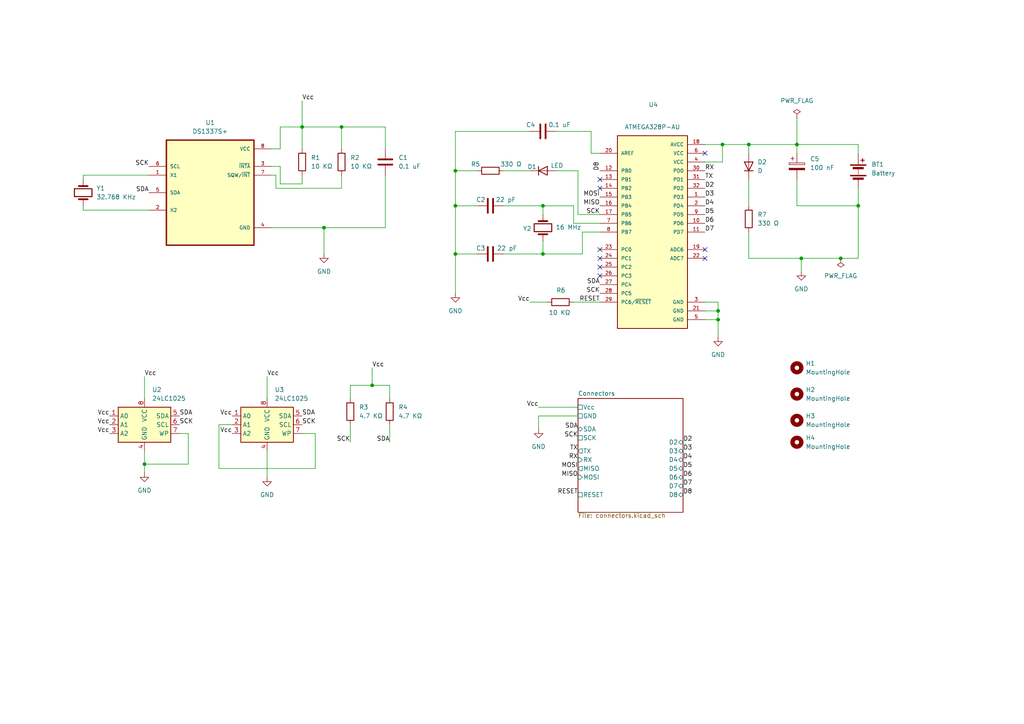
<source format=kicad_sch>
(kicad_sch (version 20231120) (generator "eeschema") (generator_version "8.0")
  (paper "A4")
  (title_block (title "${project_name}") (date "2024-04-17") (rev "1"))
  (lib_symbols
    (symbol "ATMEGA328P-AU:ATMEGA328P-AU" (pin_names (offset 1.016))
      (property "Reference" "U4" (at 0.254 36.957 0))
      (property "Value" "ATMEGA328P-AU" (at 0 30.48 0))
      (symbol "ATMEGA328P-AU_0_0"
        (rectangle (start -10.16 -27.94) (end 10.16 27.94) (stroke (width 0.254)) (fill (type background)))
        (pin bidirectional line (at 15.24 10.16 180) (length 5.08) (name "PD3") (number "1"))
        (pin bidirectional line (at 15.24 2.54 180) (length 5.08) (name "PD6") (number "10"))
        (pin bidirectional line (at 15.24 0 180) (length 5.08) (name "PD7") (number "11"))
        (pin bidirectional line (at -15.24 17.78 0) (length 5.08) (name "PB0") (number "12"))
        (pin bidirectional line (at -15.24 15.24 0) (length 5.08) (name "PB1") (number "13"))
        (pin bidirectional line (at -15.24 12.7 0) (length 5.08) (name "PB2") (number "14"))
        (pin bidirectional line (at -15.24 10.16 0) (length 5.08) (name "PB3") (number "15"))
        (pin bidirectional line (at -15.24 7.62 0) (length 5.08) (name "PB4") (number "16"))
        (pin bidirectional line (at -15.24 5.08 0) (length 5.08) (name "PB5") (number "17"))
        (pin power_in line (at 15.24 25.4 180) (length 5.08) (name "AVCC") (number "18"))
        (pin bidirectional line (at 15.24 -5.08 180) (length 5.08) (name "ADC6") (number "19"))
        (pin bidirectional line (at 15.24 7.62 180) (length 5.08) (name "PD4") (number "2"))
        (pin input line (at -15.24 22.86 0) (length 5.08) (name "AREF") (number "20"))
        (pin power_in line (at 15.24 -22.86 180) (length 5.08) (name "GND") (number "21"))
        (pin bidirectional line (at 15.24 -7.62 180) (length 5.08) (name "ADC7") (number "22"))
        (pin bidirectional line (at -15.24 -5.08 0) (length 5.08) (name "PC0") (number "23"))
        (pin bidirectional line (at -15.24 -7.62 0) (length 5.08) (name "PC1") (number "24"))
        (pin bidirectional line (at -15.24 -10.16 0) (length 5.08) (name "PC2") (number "25"))
        (pin bidirectional line (at -15.24 -12.7 0) (length 5.08) (name "PC3") (number "26"))
        (pin bidirectional line (at -15.24 -15.24 0) (length 5.08) (name "PC4") (number "27"))
        (pin bidirectional line (at -15.24 -17.78 0) (length 5.08) (name "PC5") (number "28"))
        (pin bidirectional line (at -15.24 -20.32 0) (length 5.08) (name "PC6/~{RESET}") (number "29"))
        (pin power_in line (at 15.24 -20.32 180) (length 5.08) (name "GND") (number "3"))
        (pin bidirectional line (at 15.24 17.78 180) (length 5.08) (name "PD0") (number "30"))
        (pin bidirectional line (at 15.24 15.24 180) (length 5.08) (name "PD1") (number "31"))
        (pin bidirectional line (at 15.24 12.7 180) (length 5.08) (name "PD2") (number "32"))
        (pin power_in line (at 15.24 20.32 180) (length 5.08) (name "VCC") (number "4"))
        (pin power_in line (at 15.24 -25.4 180) (length 5.08) (name "GND") (number "5"))
        (pin power_in line (at 15.24 22.86 180) (length 5.08) (name "VCC") (number "6"))
        (pin bidirectional line (at -15.24 2.54 0) (length 5.08) (name "PB6") (number "7"))
        (pin bidirectional line (at -15.24 0 0) (length 5.08) (name "PB7") (number "8"))
        (pin bidirectional line (at 15.24 5.08 180) (length 5.08) (name "PD5") (number "9"))
      )
    )
    (symbol "DS1337S_:DS1337S+" (pin_names (offset 1.016))
      (property "Reference" "U" (at -12.7 16.2306 0))
      (property "Value" "DS1337S+" (at -12.7 -19.2278 0))
      (symbol "DS1337S+_0_0"
        (rectangle (start -12.7 -15.24) (end 12.7 15.24) (stroke (width 0.4064)) (fill (type background)))
        (pin input line (at -17.78 5.08 0) (length 5.08) (name "X1") (number "1"))
        (pin bidirectional line (at -17.78 -5.08 0) (length 5.08) (name "X2") (number "2"))
        (pin output line (at 17.78 7.62 180) (length 5.08) (name "~{INTA}") (number "3"))
        (pin power_in line (at 17.78 -10.16 180) (length 5.08) (name "GND") (number "4"))
        (pin bidirectional line (at -17.78 0 0) (length 5.08) (name "SDA") (number "5"))
        (pin input line (at -17.78 7.62 0) (length 5.08) (name "SCL") (number "6"))
        (pin output line (at 17.78 5.08 180) (length 5.08) (name "SQW/~{INT}") (number "7"))
        (pin power_in line (at 17.78 12.7 180) (length 5.08) (name "VCC") (number "8"))
      )
    )
    (symbol "Device:Battery" (pin_numbers hide) (pin_names (offset 0) hide)
      (property "Reference" "BT" (at 2.54 2.54 0))
      (property "Value" "Battery" (at 2.54 0 0))
      (symbol "Battery_0_1"
        (rectangle (start -2.286 -1.27) (end 2.286 -1.524) (fill (type outline)))
        (rectangle (start -2.286 1.778) (end 2.286 1.524) (fill (type outline)))
        (rectangle (start -1.524 -2.032) (end 1.524 -2.54) (fill (type outline)))
        (rectangle (start -1.524 1.016) (end 1.524 0.508) (fill (type outline)))
        (polyline (pts (xy 0 -1.016) (xy 0 -0.762)))
        (polyline (pts (xy 0 -0.508) (xy 0 -0.254)))
        (polyline (pts (xy 0 0) (xy 0 0.254)))
        (polyline (pts (xy 0 1.778) (xy 0 2.54)))
        (polyline (pts (xy 0.762 3.048) (xy 1.778 3.048)) (stroke (width 0.254)))
        (polyline (pts (xy 1.27 3.556) (xy 1.27 2.54)) (stroke (width 0.254)))
      )
      (symbol "Battery_1_1"
        (pin passive line (at 0 5.08 270) (length 2.54) (name "+") (number "1"))
        (pin passive line (at 0 -5.08 90) (length 2.54) (name "-") (number "2"))
      )
    )
    (symbol "Device:C" (pin_numbers hide) (pin_names (offset 0.254))
      (property "Reference" "C" (at 0.635 2.54 0))
      (property "Value" "C" (at 0.635 -2.54 0))
      (symbol "C_0_1"
        (polyline (pts (xy -2.032 -0.762) (xy 2.032 -0.762)) (stroke (width 0.508)))
        (polyline (pts (xy -2.032 0.762) (xy 2.032 0.762)) (stroke (width 0.508)))
      )
      (symbol "C_1_1"
        (pin passive line (at 0 3.81 270) (length 2.794) (name "~") (number "1"))
        (pin passive line (at 0 -3.81 90) (length 2.794) (name "~") (number "2"))
      )
    )
    (symbol "Device:C_Polarized" (pin_numbers hide) (pin_names (offset 0.254))
      (property "Reference" "C" (at 0.635 2.54 0))
      (property "Value" "C_Polarized" (at 0.635 -2.54 0))
      (symbol "C_Polarized_0_1"
        (rectangle (start -2.286 0.508) (end 2.286 1.016))
        (polyline (pts (xy -1.778 2.286) (xy -0.762 2.286)))
        (polyline (pts (xy -1.27 2.794) (xy -1.27 1.778)))
        (rectangle (start 2.286 -0.508) (end -2.286 -1.016) (fill (type outline)))
      )
      (symbol "C_Polarized_1_1"
        (pin passive line (at 0 3.81 270) (length 2.794) (name "~") (number "1"))
        (pin passive line (at 0 -3.81 90) (length 2.794) (name "~") (number "2"))
      )
    )
    (symbol "Device:Crystal" (pin_numbers hide) (pin_names (offset 1.016) hide)
      (property "Reference" "Y" (at 0 3.81 0))
      (property "Value" "Crystal" (at 0 -3.81 0))
      (symbol "Crystal_0_1"
        (rectangle (start -1.143 2.54) (end 1.143 -2.54) (stroke (width 0.3048)))
        (polyline (pts (xy -2.54 0) (xy -1.905 0)))
        (polyline (pts (xy -1.905 -1.27) (xy -1.905 1.27)) (stroke (width 0.508)))
        (polyline (pts (xy 1.905 -1.27) (xy 1.905 1.27)) (stroke (width 0.508)))
        (polyline (pts (xy 2.54 0) (xy 1.905 0)))
      )
      (symbol "Crystal_1_1"
        (pin passive line (at -3.81 0 0) (length 1.27) (name "1") (number "1"))
        (pin passive line (at 3.81 0 180) (length 1.27) (name "2") (number "2"))
      )
    )
    (symbol "Device:D" (pin_numbers hide) (pin_names (offset 1.016) hide)
      (property "Reference" "D" (at 0 2.54 0))
      (property "Value" "D" (at 0 -2.54 0))
      (symbol "D_0_1"
        (polyline (pts (xy -1.27 1.27) (xy -1.27 -1.27)) (stroke (width 0.254)))
        (polyline (pts (xy 1.27 0) (xy -1.27 0)))
        (polyline (pts (xy 1.27 1.27) (xy 1.27 -1.27) (xy -1.27 0) (xy 1.27 1.27)) (stroke (width 0.254)))
      )
      (symbol "D_1_1"
        (pin passive line (at -3.81 0 0) (length 2.54) (name "K") (number "1"))
        (pin passive line (at 3.81 0 180) (length 2.54) (name "A") (number "2"))
      )
    )
    (symbol "Device:R" (pin_numbers hide) (pin_names (offset 0))
      (property "Reference" "R" (at 2.032 0 90))
      (property "Value" "R" (at 0 0 90))
      (symbol "R_0_1"
        (rectangle (start -1.016 -2.54) (end 1.016 2.54) (stroke (width 0.254)))
      )
      (symbol "R_1_1"
        (pin passive line (at 0 3.81 270) (length 1.27) (name "~") (number "1"))
        (pin passive line (at 0 -3.81 90) (length 1.27) (name "~") (number "2"))
      )
    )
    (symbol "Mechanical:MountingHole" (pin_names (offset 1.016))
      (property "Reference" "H" (at 0 5.08 0))
      (property "Value" "MountingHole" (at 0 3.175 0))
      (symbol "MountingHole_0_1"
        (circle (center 0 0) (radius 1.27) (stroke (width 1.27)))
      )
    )
    (symbol "Memory_EEPROM:24LC1025"
      (property "Reference" "U" (at -6.35 6.35 0))
      (property "Value" "24LC1025" (at 1.27 6.35 0))
      (symbol "24LC1025_1_1"
        (rectangle (start -7.62 5.08) (end 7.62 -5.08) (stroke (width 0.254)) (fill (type background)))
        (pin input line (at -10.16 2.54 0) (length 2.54) (name "A0") (number "1"))
        (pin input line (at -10.16 0 0) (length 2.54) (name "A1") (number "2"))
        (pin input line (at -10.16 -2.54 0) (length 2.54) (name "A2") (number "3"))
        (pin power_in line (at 0 -7.62 90) (length 2.54) (name "GND") (number "4"))
        (pin bidirectional line (at 10.16 2.54 180) (length 2.54) (name "SDA") (number "5"))
        (pin input line (at 10.16 0 180) (length 2.54) (name "SCL") (number "6"))
        (pin input line (at 10.16 -2.54 180) (length 2.54) (name "WP") (number "7"))
        (pin power_in line (at 0 7.62 270) (length 2.54) (name "VCC") (number "8"))
      )
    )
    (symbol "power:GND" (power) (pin_names (offset 0))
      (property "Value" "GND" (at 0 -3.81 0))
      (symbol "GND_0_1"
        (polyline (pts (xy 0 0) (xy 0 -1.27) (xy 1.27 -1.27) (xy 0 -2.54) (xy -1.27 -1.27) (xy 0 -1.27)))
      )
      (symbol "GND_1_1"
        (pin power_in line (at 0 0 270) (length 0) hide (name "GND") (number "1"))
      )
    )
    (symbol "power:PWR_FLAG" (power) (pin_numbers hide) (pin_names (offset 0) hide)
      (property "Value" "PWR_FLAG" (at 0 3.81 0))
      (symbol "PWR_FLAG_0_0"
        (pin power_out line (at 0 0 90) (length 0) (name "pwr") (number "1"))
      )
      (symbol "PWR_FLAG_0_1"
        (polyline (pts (xy 0 0) (xy 0 1.27) (xy -1.016 1.905) (xy 0 2.54) (xy 1.016 1.905) (xy 0 1.27)))
      )
    )
  )
  (junction (at 217.17 41.91))
  (junction (at 157.48 73.66))
  (junction (at 232.41 74.93))
  (junction (at 132.08 49.53))
  (junction (at 93.98 66.04))
  (junction (at 41.91 134.62))
  (junction (at 132.08 73.66))
  (junction (at 208.28 92.71))
  (junction (at 107.95 111.76))
  (junction (at 208.28 90.17))
  (junction (at 157.48 59.69))
  (junction (at 209.55 41.91))
  (junction (at 132.08 59.69))
  (junction (at 99.06 36.83))
  (junction (at 243.84 74.93))
  (junction (at 248.92 59.69))
  (junction (at 231.14 41.91))
  (junction (at 87.63 36.83))
  (no_connect (at 173.99 77.47))
  (no_connect (at 204.47 72.39))
  (no_connect (at 204.47 44.45))
  (no_connect (at 173.99 72.39))
  (no_connect (at 173.99 74.93))
  (no_connect (at 173.99 54.61))
  (no_connect (at 173.99 52.07))
  (no_connect (at 173.99 80.01))
  (no_connect (at 204.47 74.93))
  (wire (pts (xy 113.03 111.76) (xy 113.03 115.57)))
  (wire (pts (xy 153.67 38.1) (xy 132.08 38.1)))
  (wire (pts (xy 101.6 111.76) (xy 107.95 111.76)))
  (wire (pts (xy 171.45 38.1) (xy 161.29 38.1)))
  (wire (pts (xy 107.95 111.76) (xy 113.03 111.76)))
  (wire (pts (xy 248.92 74.93) (xy 243.84 74.93)))
  (wire (pts (xy 166.37 64.77) (xy 166.37 59.69)))
  (wire (pts (xy 231.14 41.91) (xy 231.14 44.45)))
  (wire (pts (xy 231.14 34.29) (xy 231.14 41.91)))
  (wire (pts (xy 153.67 87.63) (xy 158.75 87.63)))
  (wire (pts (xy 208.28 92.71) (xy 208.28 97.79)))
  (wire (pts (xy 156.21 120.65) (xy 167.64 120.65)))
  (wire (pts (xy 167.64 49.53) (xy 167.64 62.23)))
  (wire (pts (xy 132.08 59.69) (xy 132.08 73.66)))
  (wire (pts (xy 80.01 50.8) (xy 80.01 54.61)))
  (wire (pts (xy 67.31 123.19) (xy 63.5 123.19)))
  (wire (pts (xy 93.98 66.04) (xy 78.74 66.04)))
  (wire (pts (xy 81.28 53.34) (xy 87.63 53.34)))
  (wire (pts (xy 209.55 41.91) (xy 217.17 41.91)))
  (wire (pts (xy 101.6 115.57) (xy 101.6 111.76)))
  (wire (pts (xy 54.61 125.73) (xy 54.61 134.62)))
  (wire (pts (xy 231.14 59.69) (xy 248.92 59.69)))
  (wire (pts (xy 111.76 36.83) (xy 111.76 43.18)))
  (wire (pts (xy 217.17 41.91) (xy 231.14 41.91)))
  (wire (pts (xy 78.74 43.18) (xy 81.28 43.18)))
  (wire (pts (xy 99.06 36.83) (xy 111.76 36.83)))
  (wire (pts (xy 217.17 67.31) (xy 217.17 74.93)))
  (wire (pts (xy 166.37 87.63) (xy 173.99 87.63)))
  (wire (pts (xy 132.08 38.1) (xy 132.08 49.53)))
  (wire (pts (xy 204.47 41.91) (xy 209.55 41.91)))
  (wire (pts (xy 77.47 109.22) (xy 77.47 115.57)))
  (wire (pts (xy 41.91 109.22) (xy 41.91 115.57)))
  (wire (pts (xy 132.08 49.53) (xy 132.08 59.69)))
  (wire (pts (xy 43.18 50.8) (xy 24.13 50.8)))
  (wire (pts (xy 231.14 41.91) (xy 248.92 41.91)))
  (wire (pts (xy 156.21 118.11) (xy 167.64 118.11)))
  (wire (pts (xy 81.28 48.26) (xy 81.28 53.34)))
  (wire (pts (xy 204.47 90.17) (xy 208.28 90.17)))
  (wire (pts (xy 87.63 36.83) (xy 87.63 43.18)))
  (wire (pts (xy 107.95 106.68) (xy 107.95 111.76)))
  (wire (pts (xy 111.76 66.04) (xy 93.98 66.04)))
  (wire (pts (xy 173.99 64.77) (xy 166.37 64.77)))
  (wire (pts (xy 232.41 78.74) (xy 232.41 74.93)))
  (wire (pts (xy 101.6 128.27) (xy 101.6 123.19)))
  (wire (pts (xy 208.28 90.17) (xy 208.28 92.71)))
  (wire (pts (xy 87.63 29.21) (xy 87.63 36.83)))
  (wire (pts (xy 54.61 134.62) (xy 41.91 134.62)))
  (wire (pts (xy 99.06 54.61) (xy 99.06 50.8)))
  (wire (pts (xy 87.63 53.34) (xy 87.63 50.8)))
  (wire (pts (xy 24.13 60.96) (xy 24.13 59.69)))
  (wire (pts (xy 243.84 74.93) (xy 232.41 74.93)))
  (wire (pts (xy 157.48 69.85) (xy 157.48 73.66)))
  (wire (pts (xy 138.43 59.69) (xy 132.08 59.69)))
  (wire (pts (xy 204.47 46.99) (xy 209.55 46.99)))
  (wire (pts (xy 217.17 52.07) (xy 217.17 59.69)))
  (wire (pts (xy 156.21 120.65) (xy 156.21 124.46)))
  (wire (pts (xy 80.01 54.61) (xy 99.06 54.61)))
  (wire (pts (xy 248.92 59.69) (xy 248.92 74.93)))
  (wire (pts (xy 63.5 135.89) (xy 91.44 135.89)))
  (wire (pts (xy 232.41 74.93) (xy 217.17 74.93)))
  (wire (pts (xy 138.43 49.53) (xy 132.08 49.53)))
  (wire (pts (xy 248.92 41.91) (xy 248.92 44.45)))
  (wire (pts (xy 217.17 41.91) (xy 217.17 44.45)))
  (wire (pts (xy 41.91 134.62) (xy 41.91 130.81)))
  (wire (pts (xy 146.05 59.69) (xy 157.48 59.69)))
  (wire (pts (xy 63.5 123.19) (xy 63.5 135.89)))
  (wire (pts (xy 157.48 73.66) (xy 168.91 73.66)))
  (wire (pts (xy 161.29 49.53) (xy 167.64 49.53)))
  (wire (pts (xy 173.99 67.31) (xy 168.91 67.31)))
  (wire (pts (xy 248.92 59.69) (xy 248.92 54.61)))
  (wire (pts (xy 81.28 43.18) (xy 81.28 36.83)))
  (wire (pts (xy 43.18 60.96) (xy 24.13 60.96)))
  (wire (pts (xy 208.28 87.63) (xy 208.28 90.17)))
  (wire (pts (xy 81.28 36.83) (xy 87.63 36.83)))
  (wire (pts (xy 132.08 73.66) (xy 138.43 73.66)))
  (wire (pts (xy 209.55 46.99) (xy 209.55 41.91)))
  (wire (pts (xy 87.63 36.83) (xy 99.06 36.83)))
  (wire (pts (xy 99.06 36.83) (xy 99.06 43.18)))
  (wire (pts (xy 204.47 92.71) (xy 208.28 92.71)))
  (wire (pts (xy 173.99 44.45) (xy 171.45 44.45)))
  (wire (pts (xy 52.07 125.73) (xy 54.61 125.73)))
  (wire (pts (xy 168.91 67.31) (xy 168.91 73.66)))
  (wire (pts (xy 91.44 135.89) (xy 91.44 125.73)))
  (wire (pts (xy 113.03 128.27) (xy 113.03 123.19)))
  (wire (pts (xy 77.47 130.81) (xy 77.47 138.43)))
  (wire (pts (xy 231.14 52.07) (xy 231.14 59.69)))
  (wire (pts (xy 132.08 73.66) (xy 132.08 85.09)))
  (wire (pts (xy 24.13 50.8) (xy 24.13 52.07)))
  (wire (pts (xy 157.48 59.69) (xy 157.48 62.23)))
  (wire (pts (xy 146.05 49.53) (xy 153.67 49.53)))
  (wire (pts (xy 157.48 59.69) (xy 166.37 59.69)))
  (wire (pts (xy 146.05 73.66) (xy 157.48 73.66)))
  (wire (pts (xy 93.98 66.04) (xy 93.98 73.66)))
  (wire (pts (xy 91.44 125.73) (xy 87.63 125.73)))
  (wire (pts (xy 111.76 50.8) (xy 111.76 66.04)))
  (wire (pts (xy 171.45 44.45) (xy 171.45 38.1)))
  (wire (pts (xy 78.74 50.8) (xy 80.01 50.8)))
  (wire (pts (xy 78.74 48.26) (xy 81.28 48.26)))
  (wire (pts (xy 41.91 134.62) (xy 41.91 137.16)))
  (wire (pts (xy 167.64 62.23) (xy 173.99 62.23)))
  (wire (pts (xy 204.47 87.63) (xy 208.28 87.63)))
  (label "MISO" (at 167.64 138.43 180))
  (label "SDA" (at 52.07 120.65 0))
  (label "Vcc" (at 87.63 29.21 0))
  (label "D3" (at 204.47 57.15 0))
  (label "D2" (at 204.47 54.61 0))
  (label "Vcc" (at 31.75 120.65 180))
  (label "Vcc" (at 67.31 120.65 180))
  (label "MOSI" (at 173.99 57.15 180))
  (label "D6" (at 204.47 64.77 0))
  (label "SCK" (at 101.6 128.27 180))
  (label "Vcc" (at 67.31 125.73 180))
  (label "D4" (at 198.12 133.35 0))
  (label "SDA" (at 173.99 82.55 180))
  (label "RX" (at 167.64 133.35 180))
  (label "Vcc" (at 153.67 87.63 180))
  (label "D3" (at 198.12 130.81 0))
  (label "SDA" (at 87.63 120.65 0))
  (label "RESET" (at 167.64 143.51 180))
  (label "Vcc" (at 107.95 106.68 0))
  (label "TX" (at 204.47 52.07 0))
  (label "SCK" (at 173.99 85.09 180))
  (label "SCK" (at 52.07 123.19 0))
  (label "SCK" (at 43.18 48.26 180))
  (label "D4" (at 204.47 59.69 0))
  (label "Vcc" (at 156.21 118.11 180))
  (label "RX" (at 204.47 49.53 0))
  (label "RESET" (at 173.99 87.63 180))
  (label "D8" (at 198.12 143.51 0))
  (label "SDA" (at 43.18 55.88 180))
  (label "D5" (at 204.47 62.23 0))
  (label "SDA" (at 167.64 124.46 180))
  (label "D2" (at 198.12 128.27 0))
  (label "MOSI" (at 167.64 135.89 180))
  (label "SDA" (at 113.03 128.27 180))
  (label "TX" (at 167.64 130.81 180))
  (label "Vcc" (at 31.75 123.19 180))
  (label "SCK" (at 173.99 62.23 180))
  (label "Vcc" (at 31.75 125.73 180))
  (label "D5" (at 198.12 135.89 0))
  (label "D8" (at 173.99 49.53 90))
  (label "Vcc" (at 77.47 109.22 0))
  (label "D7" (at 204.47 67.31 0))
  (label "SCK" (at 87.63 123.19 0))
  (label "SCK" (at 167.64 127 180))
  (label "D6" (at 198.12 138.43 0))
  (label "MISO" (at 173.99 59.69 180))
  (label "Vcc" (at 41.91 109.22 0))
  (label "D7" (at 198.12 140.97 0))
  (symbol (lib_id "power:GND") (at 232.41 78.74 0) (unit 1)
    (property "Reference" "#PWR06" (effects (hide yes)))
    (property "Value" "GND" (at 232.41 83.82 0))
    (property "Description" "Power symbol creates a global label with name \"GND\" , ground" (effects (hide yes)))
  )
  (symbol (lib_id "Device:C") (at 157.48 38.1 90) (unit 1)
    (property "Reference" "C4" (at 153.924 36.195 90))
    (property "Value" "0.1 uF" (at 162.306 36.195 90))
    (property "Footprint" "Capacitor_SMD:C_0805_2012Metric" (effects (hide yes)))
    (property "Description" "Unpolarized capacitor" (effects (hide yes)))
  )
  (symbol (lib_id "Device:C") (at 142.24 59.69 270) (unit 1)
    (property "Reference" "C2" (at 139.446 57.912 90))
    (property "Value" "22 pF" (at 146.685 57.912 90))
    (property "Footprint" "Capacitor_SMD:C_0805_2012Metric" (effects (hide yes)))
    (property "Description" "Unpolarized capacitor" (effects (hide yes)))
  )
  (symbol (lib_id "Device:R") (at 162.56 87.63 90) (unit 1)
    (property "Reference" "R6" (at 162.687 84.201 90))
    (property "Value" "10 ΚΩ" (at 162.306 90.678 90))
    (property "Footprint" "Resistor_SMD:R_0805_2012Metric" (effects (hide yes)))
    (property "Description" "Resistor" (effects (hide yes)))
  )
  (symbol (lib_id "Device:C") (at 111.76 46.99 0) (unit 1)
    (property "Reference" "C1" (at 115.57 45.7199 0) (effects (justify left)))
    (property "Value" "0.1 uF" (at 115.57 48.2599 0) (effects (justify left)))
    (property "Footprint" "Capacitor_SMD:C_0805_2012Metric" (effects (hide yes)))
    (property "Description" "Unpolarized capacitor" (effects (hide yes)))
  )
  (symbol (lib_id "power:PWR_FLAG") (at 231.14 34.29 0) (unit 1)
    (property "Reference" "#FLG01" (effects (hide yes)))
    (property "Value" "PWR_FLAG" (at 231.14 29.21 0))
    (property "Description" "Special symbol for telling ERC where power comes from" (effects (hide yes)))
  )
  (symbol (lib_id "power:GND") (at 132.08 85.09 0) (unit 1)
    (property "Reference" "#PWR04" (effects (hide yes)))
    (property "Value" "GND" (at 132.08 90.17 0))
    (property "Description" "Power symbol creates a global label with name \"GND\" , ground" (effects (hide yes)))
  )
  (symbol (lib_id "Device:D") (at 217.17 48.26 90) (unit 1)
    (property "Reference" "D2" (at 219.71 46.9899 90) (effects (justify right)))
    (property "Value" "D" (at 219.71 49.5299 90) (effects (justify right)))
    (property "Footprint" "LED_SMD:LED_0805_2012Metric" (effects (hide yes)))
    (property "Description" "Diode" (effects (hide yes)))
    (property "Sim.Device" "D" (effects (hide yes)))
    (property "Sim.Pins" "1=K 2=A" (effects (hide yes)))
  )
  (symbol (lib_id "Device:R") (at 99.06 46.99 0) (unit 1)
    (property "Reference" "R2" (at 101.6 45.7199 0) (effects (justify left)))
    (property "Value" "10 ΚΩ" (at 101.6 48.2599 0) (effects (justify left)))
    (property "Footprint" "Resistor_SMD:R_0805_2012Metric" (effects (hide yes)))
    (property "Description" "Resistor" (effects (hide yes)))
  )
  (symbol (lib_id "power:GND") (at 41.91 137.16 0) (unit 1)
    (property "Reference" "#PWR02" (effects (hide yes)))
    (property "Value" "GND" (at 41.91 142.24 0))
    (property "Description" "Power symbol creates a global label with name \"GND\" , ground" (effects (hide yes)))
  )
  (symbol (lib_id "power:GND") (at 93.98 73.66 0) (unit 1)
    (property "Reference" "#PWR01" (effects (hide yes)))
    (property "Value" "GND" (at 93.98 78.74 0))
    (property "Description" "Power symbol creates a global label with name \"GND\" , ground" (effects (hide yes)))
  )
  (symbol (lib_id "Device:R") (at 101.6 119.38 0) (unit 1)
    (property "Reference" "R3" (at 104.14 118.1099 0) (effects (justify left)))
    (property "Value" "4.7 ΚΩ" (at 104.14 120.6499 0) (effects (justify left)))
    (property "Footprint" "Resistor_SMD:R_0805_2012Metric" (effects (hide yes)))
    (property "Description" "Resistor" (effects (hide yes)))
  )
  (symbol (lib_id "Device:R") (at 87.63 46.99 0) (unit 1)
    (property "Reference" "R1" (at 90.17 45.7199 0) (effects (justify left)))
    (property "Value" "10 ΚΩ" (at 90.17 48.2599 0) (effects (justify left)))
    (property "Footprint" "Resistor_SMD:R_0805_2012Metric" (effects (hide yes)))
    (property "Description" "Resistor" (effects (hide yes)))
  )
  (symbol (lib_id "Device:Battery") (at 248.92 49.53 0) (unit 1)
    (property "Reference" "BT1" (at 252.73 47.6884 0) (effects (justify left)))
    (property "Value" "Battery" (at 252.73 50.2284 0) (effects (justify left)))
    (property "Footprint" "Connector_PinHeader_2.54mm:PinHeader_1x02_P2.54mm_Vertical" (effects (hide yes)))
    (property "Description" "Multiple-cell battery" (effects (hide yes)))
  )
  (symbol (lib_id "Device:R") (at 113.03 119.38 0) (unit 1)
    (property "Reference" "R4" (at 115.57 118.1099 0) (effects (justify left)))
    (property "Value" "4.7 ΚΩ" (at 115.57 120.6499 0) (effects (justify left)))
    (property "Footprint" "Resistor_SMD:R_0805_2012Metric" (effects (hide yes)))
    (property "Description" "Resistor" (effects (hide yes)))
  )
  (symbol (lib_id "ATMEGA328P-AU:ATMEGA328P-AU") (at 189.23 67.31 0) (unit 1)
    (property "Reference" "U4" (at 189.484 30.353 0))
    (property "Value" "ATMEGA328P-AU" (at 189.23 36.83 0))
    (property "Footprint" "Footprints:QFP80P900X900X120-32N" (effects (hide yes)))
    (property "Description" "Atmel" (effects (hide yes)))
  )
  (symbol (lib_id "power:PWR_FLAG") (at 243.84 74.93 180) (unit 1)
    (property "Reference" "#FLG02" (effects (hide yes)))
    (property "Value" "PWR_FLAG" (at 243.84 80.01 0))
    (property "Description" "Special symbol for telling ERC where power comes from" (effects (hide yes)))
  )
  (symbol (lib_id "Mechanical:MountingHole") (at 231.14 121.92 0) (unit 1)
    (property "Reference" "H3" (at 233.68 120.6499 0) (effects (justify left)))
    (property "Value" "MountingHole" (at 233.68 123.1899 0) (effects (justify left)))
    (property "Footprint" "MountingHole:MountingHole_2.1mm" (effects (hide yes)))
    (property "Description" "Mounting Hole without connection" (effects (hide yes)))
  )
  (symbol (lib_id "Device:Crystal") (at 24.13 55.88 90) (unit 1)
    (property "Reference" "Y1" (at 27.94 54.6099 90) (effects (justify right)))
    (property "Value" "32.768 KHz" (at 27.94 57.1499 90) (effects (justify right)))
    (property "Footprint" "Crystal:Crystal_SMD_5032-2Pin_5.0x3.2mm_HandSoldering" (effects (hide yes)))
    (property "Description" "Two pin crystal" (effects (hide yes)))
  )
  (symbol (lib_id "Mechanical:MountingHole") (at 231.14 106.68 0) (unit 1)
    (property "Reference" "H1" (at 233.68 105.4099 0) (effects (justify left)))
    (property "Value" "MountingHole" (at 233.68 107.9499 0) (effects (justify left)))
    (property "Footprint" "MountingHole:MountingHole_2.1mm" (effects (hide yes)))
    (property "Description" "Mounting Hole without connection" (effects (hide yes)))
  )
  (symbol (lib_id "Memory_EEPROM:24LC1025") (at 77.47 123.19 0) (unit 1)
    (property "Reference" "U3" (at 79.6641 113.03 0) (effects (justify left)))
    (property "Value" "24LC1025" (at 79.6641 115.57 0) (effects (justify left)))
    (property "Footprint" "Package_SO:SOIC-8_5.23x5.23mm_P1.27mm" (effects (hide yes)))
    (property "Datasheet" "http://ww1.microchip.com/downloads/en/DeviceDoc/21941B.pdf" (effects (hide yes)))
    (property "Description" "I2C Serial EEPROM, 1024Kb, DIP-8/SOIC-8/TSSOP-8/DFN-8" (effects (hide yes)))
  )
  (symbol (lib_id "DS1337S_:DS1337S+") (at 60.96 55.88 0) (unit 1)
    (property "Reference" "U1" (at 60.96 35.56 0))
    (property "Value" "DS1337S+" (at 60.96 38.1 0))
    (property "Footprint" "Footprints:SOIC127P600X175-8N" (effects (hide yes)))
  )
  (symbol (lib_id "power:GND") (at 156.21 124.46 0) (unit 1)
    (property "Reference" "#PWR07" (effects (hide yes)))
    (property "Value" "GND" (at 156.21 129.54 0))
    (property "Description" "Power symbol creates a global label with name \"GND\" , ground" (effects (hide yes)))
  )
  (symbol (lib_id "Mechanical:MountingHole") (at 231.14 114.3 0) (unit 1)
    (property "Reference" "H2" (at 233.68 113.0299 0) (effects (justify left)))
    (property "Value" "MountingHole" (at 233.68 115.5699 0) (effects (justify left)))
    (property "Footprint" "MountingHole:MountingHole_2.1mm" (effects (hide yes)))
    (property "Description" "Mounting Hole without connection" (effects (hide yes)))
  )
  (symbol (lib_id "Memory_EEPROM:24LC1025") (at 41.91 123.19 0) (unit 1)
    (property "Reference" "U2" (at 44.1041 113.03 0) (effects (justify left)))
    (property "Value" "24LC1025" (at 44.1041 115.57 0) (effects (justify left)))
    (property "Footprint" "Package_SO:SOIC-8_5.23x5.23mm_P1.27mm" (effects (hide yes)))
    (property "Datasheet" "http://ww1.microchip.com/downloads/en/DeviceDoc/21941B.pdf" (effects (hide yes)))
    (property "Description" "I2C Serial EEPROM, 1024Kb, DIP-8/SOIC-8/TSSOP-8/DFN-8" (effects (hide yes)))
  )
  (symbol (lib_id "Device:D") (at 157.48 49.53 0) (unit 1)
    (property "Reference" "D1" (at 154.305 48.387 0))
    (property "Value" "LED" (at 161.544 48.006 0))
    (property "Footprint" "LED_SMD:LED_0805_2012Metric" (effects (hide yes)))
    (property "Description" "Diode" (effects (hide yes)))
    (property "Sim.Device" "D" (effects (hide yes)))
    (property "Sim.Pins" "1=K 2=A" (effects (hide yes)))
  )
  (symbol (lib_id "Mechanical:MountingHole") (at 231.14 128.27 0) (unit 1)
    (property "Reference" "H4" (at 233.68 126.9999 0) (effects (justify left)))
    (property "Value" "MountingHole" (at 233.68 129.5399 0) (effects (justify left)))
    (property "Footprint" "MountingHole:MountingHole_2.1mm" (effects (hide yes)))
    (property "Description" "Mounting Hole without connection" (effects (hide yes)))
  )
  (symbol (lib_id "Device:Crystal") (at 157.48 66.04 90) (unit 1)
    (property "Reference" "Y2" (at 151.638 66.294 90) (effects (justify right)))
    (property "Value" "16 MHz" (at 161.163 65.913 90) (effects (justify right)))
    (property "Footprint" "Crystal:Crystal_SMD_5032-2Pin_5.0x3.2mm_HandSoldering" (effects (hide yes)))
    (property "Description" "Two pin crystal" (effects (hide yes)))
  )
  (symbol (lib_id "Device:C_Polarized") (at 231.14 48.26 0) (unit 1)
    (property "Reference" "C5" (at 234.95 46.1009 0) (effects (justify left)))
    (property "Value" "100 nF" (at 234.95 48.6409 0) (effects (justify left)))
    (property "Footprint" "Capacitor_SMD:C_0805_2012Metric" (effects (hide yes)))
    (property "Description" "Polarized capacitor" (effects (hide yes)))
  )
  (symbol (lib_id "power:GND") (at 77.47 138.43 0) (unit 1)
    (property "Reference" "#PWR03" (effects (hide yes)))
    (property "Value" "GND" (at 77.47 143.51 0))
    (property "Description" "Power symbol creates a global label with name \"GND\" , ground" (effects (hide yes)))
  )
  (symbol (lib_id "Device:R") (at 142.24 49.53 90) (unit 1)
    (property "Reference" "R5" (at 137.922 47.625 90))
    (property "Value" "330 Ω" (at 148.209 47.625 90))
    (property "Footprint" "Resistor_SMD:R_0805_2012Metric" (effects (hide yes)))
    (property "Description" "Resistor" (effects (hide yes)))
  )
  (symbol (lib_id "Device:R") (at 217.17 63.5 0) (unit 1)
    (property "Reference" "R7" (at 219.71 62.2299 0) (effects (justify left)))
    (property "Value" "330 Ω" (at 219.71 64.7699 0) (effects (justify left)))
    (property "Footprint" "Resistor_SMD:R_0805_2012Metric" (effects (hide yes)))
    (property "Description" "Resistor" (effects (hide yes)))
  )
  (symbol (lib_id "Device:C") (at 142.24 73.66 90) (unit 1)
    (property "Reference" "C3" (at 139.446 72.009 90))
    (property "Value" "22 pF" (at 147.066 72.009 90))
    (property "Footprint" "Capacitor_SMD:C_0805_2012Metric" (effects (hide yes)))
    (property "Description" "Unpolarized capacitor" (effects (hide yes)))
  )
  (symbol (lib_id "power:GND") (at 208.28 97.79 0) (unit 1)
    (property "Reference" "#PWR05" (effects (hide yes)))
    (property "Value" "GND" (at 208.28 102.87 0))
    (property "Description" "Power symbol creates a global label with name \"GND\" , ground" (effects (hide yes)))
  )
  (sheet (at 167.64 115.57) (size 30.48 33.02) (stroke (width 0.1524))
    (property "Sheetname" "Connectors" (at 167.64 114.8584 0) (effects (justify left bottom)))
    (property "Sheetfile" "connectors.kicad_sch" (at 167.64 148.7936 0) (effects (justify left top)))
    (pin "GND" passive (at 167.64 120.65 180))
    (pin "Vcc" passive (at 167.64 118.11 180))
    (pin "TX" output (at 167.64 130.81 180))
    (pin "RX" input (at 167.64 133.35 180))
    (pin "SCK" passive (at 167.64 127 180))
    (pin "SDA" bidirectional (at 167.64 124.46 180))
    (pin "MISO" output (at 167.64 135.89 180))
    (pin "MOSI" input (at 167.64 138.43 180))
    (pin "RESET" passive (at 167.64 143.51 180))
    (pin "D4" bidirectional (at 198.12 133.35 0))
    (pin "D2" bidirectional (at 198.12 128.27 0))
    (pin "D3" bidirectional (at 198.12 130.81 0))
    (pin "D5" bidirectional (at 198.12 135.89 0))
    (pin "D6" bidirectional (at 198.12 138.43 0))
    (pin "D7" bidirectional (at 198.12 140.97 0))
    (pin "D8" bidirectional (at 198.12 143.51 0))
  )
)
</source>
